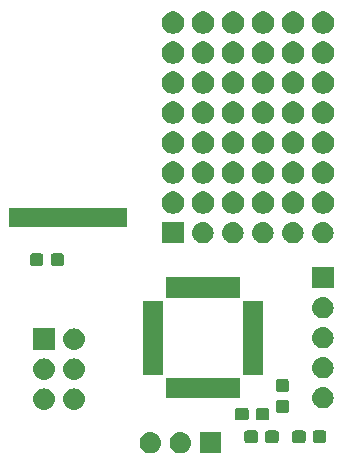
<source format=gbr>
G04 #@! TF.GenerationSoftware,KiCad,Pcbnew,5.1.2*
G04 #@! TF.CreationDate,2019-05-25T23:05:01-04:00*
G04 #@! TF.ProjectId,skateboardController,736b6174-6562-46f6-9172-64436f6e7472,rev?*
G04 #@! TF.SameCoordinates,Original*
G04 #@! TF.FileFunction,Soldermask,Top*
G04 #@! TF.FilePolarity,Negative*
%FSLAX46Y46*%
G04 Gerber Fmt 4.6, Leading zero omitted, Abs format (unit mm)*
G04 Created by KiCad (PCBNEW 5.1.2) date 2019-05-25 23:05:01*
%MOMM*%
%LPD*%
G04 APERTURE LIST*
%ADD10C,0.100000*%
G04 APERTURE END LIST*
D10*
G36*
X84565442Y-115945518D02*
G01*
X84631627Y-115952037D01*
X84801466Y-116003557D01*
X84957991Y-116087222D01*
X84993729Y-116116552D01*
X85095186Y-116199814D01*
X85178448Y-116301271D01*
X85207778Y-116337009D01*
X85291443Y-116493534D01*
X85342963Y-116663373D01*
X85360359Y-116840000D01*
X85342963Y-117016627D01*
X85291443Y-117186466D01*
X85207778Y-117342991D01*
X85178448Y-117378729D01*
X85095186Y-117480186D01*
X84993729Y-117563448D01*
X84957991Y-117592778D01*
X84801466Y-117676443D01*
X84631627Y-117727963D01*
X84565442Y-117734482D01*
X84499260Y-117741000D01*
X84410740Y-117741000D01*
X84344558Y-117734482D01*
X84278373Y-117727963D01*
X84108534Y-117676443D01*
X83952009Y-117592778D01*
X83916271Y-117563448D01*
X83814814Y-117480186D01*
X83731552Y-117378729D01*
X83702222Y-117342991D01*
X83618557Y-117186466D01*
X83567037Y-117016627D01*
X83549641Y-116840000D01*
X83567037Y-116663373D01*
X83618557Y-116493534D01*
X83702222Y-116337009D01*
X83731552Y-116301271D01*
X83814814Y-116199814D01*
X83916271Y-116116552D01*
X83952009Y-116087222D01*
X84108534Y-116003557D01*
X84278373Y-115952037D01*
X84344558Y-115945518D01*
X84410740Y-115939000D01*
X84499260Y-115939000D01*
X84565442Y-115945518D01*
X84565442Y-115945518D01*
G37*
G36*
X87105442Y-115945518D02*
G01*
X87171627Y-115952037D01*
X87341466Y-116003557D01*
X87497991Y-116087222D01*
X87533729Y-116116552D01*
X87635186Y-116199814D01*
X87718448Y-116301271D01*
X87747778Y-116337009D01*
X87831443Y-116493534D01*
X87882963Y-116663373D01*
X87900359Y-116840000D01*
X87882963Y-117016627D01*
X87831443Y-117186466D01*
X87747778Y-117342991D01*
X87718448Y-117378729D01*
X87635186Y-117480186D01*
X87533729Y-117563448D01*
X87497991Y-117592778D01*
X87341466Y-117676443D01*
X87171627Y-117727963D01*
X87105442Y-117734482D01*
X87039260Y-117741000D01*
X86950740Y-117741000D01*
X86884558Y-117734482D01*
X86818373Y-117727963D01*
X86648534Y-117676443D01*
X86492009Y-117592778D01*
X86456271Y-117563448D01*
X86354814Y-117480186D01*
X86271552Y-117378729D01*
X86242222Y-117342991D01*
X86158557Y-117186466D01*
X86107037Y-117016627D01*
X86089641Y-116840000D01*
X86107037Y-116663373D01*
X86158557Y-116493534D01*
X86242222Y-116337009D01*
X86271552Y-116301271D01*
X86354814Y-116199814D01*
X86456271Y-116116552D01*
X86492009Y-116087222D01*
X86648534Y-116003557D01*
X86818373Y-115952037D01*
X86884558Y-115945518D01*
X86950740Y-115939000D01*
X87039260Y-115939000D01*
X87105442Y-115945518D01*
X87105442Y-115945518D01*
G37*
G36*
X90436000Y-117741000D02*
G01*
X88634000Y-117741000D01*
X88634000Y-115939000D01*
X90436000Y-115939000D01*
X90436000Y-117741000D01*
X90436000Y-117741000D01*
G37*
G36*
X99192499Y-115810445D02*
G01*
X99229995Y-115821820D01*
X99264554Y-115840292D01*
X99294847Y-115865153D01*
X99319708Y-115895446D01*
X99338180Y-115930005D01*
X99349555Y-115967501D01*
X99354000Y-116012638D01*
X99354000Y-116651362D01*
X99349555Y-116696499D01*
X99338180Y-116733995D01*
X99319708Y-116768554D01*
X99294847Y-116798847D01*
X99264554Y-116823708D01*
X99229995Y-116842180D01*
X99192499Y-116853555D01*
X99147362Y-116858000D01*
X98408638Y-116858000D01*
X98363501Y-116853555D01*
X98326005Y-116842180D01*
X98291446Y-116823708D01*
X98261153Y-116798847D01*
X98236292Y-116768554D01*
X98217820Y-116733995D01*
X98206445Y-116696499D01*
X98202000Y-116651362D01*
X98202000Y-116012638D01*
X98206445Y-115967501D01*
X98217820Y-115930005D01*
X98236292Y-115895446D01*
X98261153Y-115865153D01*
X98291446Y-115840292D01*
X98326005Y-115821820D01*
X98363501Y-115810445D01*
X98408638Y-115806000D01*
X99147362Y-115806000D01*
X99192499Y-115810445D01*
X99192499Y-115810445D01*
G37*
G36*
X93406499Y-115810445D02*
G01*
X93443995Y-115821820D01*
X93478554Y-115840292D01*
X93508847Y-115865153D01*
X93533708Y-115895446D01*
X93552180Y-115930005D01*
X93563555Y-115967501D01*
X93568000Y-116012638D01*
X93568000Y-116651362D01*
X93563555Y-116696499D01*
X93552180Y-116733995D01*
X93533708Y-116768554D01*
X93508847Y-116798847D01*
X93478554Y-116823708D01*
X93443995Y-116842180D01*
X93406499Y-116853555D01*
X93361362Y-116858000D01*
X92622638Y-116858000D01*
X92577501Y-116853555D01*
X92540005Y-116842180D01*
X92505446Y-116823708D01*
X92475153Y-116798847D01*
X92450292Y-116768554D01*
X92431820Y-116733995D01*
X92420445Y-116696499D01*
X92416000Y-116651362D01*
X92416000Y-116012638D01*
X92420445Y-115967501D01*
X92431820Y-115930005D01*
X92450292Y-115895446D01*
X92475153Y-115865153D01*
X92505446Y-115840292D01*
X92540005Y-115821820D01*
X92577501Y-115810445D01*
X92622638Y-115806000D01*
X93361362Y-115806000D01*
X93406499Y-115810445D01*
X93406499Y-115810445D01*
G37*
G36*
X95156499Y-115810445D02*
G01*
X95193995Y-115821820D01*
X95228554Y-115840292D01*
X95258847Y-115865153D01*
X95283708Y-115895446D01*
X95302180Y-115930005D01*
X95313555Y-115967501D01*
X95318000Y-116012638D01*
X95318000Y-116651362D01*
X95313555Y-116696499D01*
X95302180Y-116733995D01*
X95283708Y-116768554D01*
X95258847Y-116798847D01*
X95228554Y-116823708D01*
X95193995Y-116842180D01*
X95156499Y-116853555D01*
X95111362Y-116858000D01*
X94372638Y-116858000D01*
X94327501Y-116853555D01*
X94290005Y-116842180D01*
X94255446Y-116823708D01*
X94225153Y-116798847D01*
X94200292Y-116768554D01*
X94181820Y-116733995D01*
X94170445Y-116696499D01*
X94166000Y-116651362D01*
X94166000Y-116012638D01*
X94170445Y-115967501D01*
X94181820Y-115930005D01*
X94200292Y-115895446D01*
X94225153Y-115865153D01*
X94255446Y-115840292D01*
X94290005Y-115821820D01*
X94327501Y-115810445D01*
X94372638Y-115806000D01*
X95111362Y-115806000D01*
X95156499Y-115810445D01*
X95156499Y-115810445D01*
G37*
G36*
X97442499Y-115810445D02*
G01*
X97479995Y-115821820D01*
X97514554Y-115840292D01*
X97544847Y-115865153D01*
X97569708Y-115895446D01*
X97588180Y-115930005D01*
X97599555Y-115967501D01*
X97604000Y-116012638D01*
X97604000Y-116651362D01*
X97599555Y-116696499D01*
X97588180Y-116733995D01*
X97569708Y-116768554D01*
X97544847Y-116798847D01*
X97514554Y-116823708D01*
X97479995Y-116842180D01*
X97442499Y-116853555D01*
X97397362Y-116858000D01*
X96658638Y-116858000D01*
X96613501Y-116853555D01*
X96576005Y-116842180D01*
X96541446Y-116823708D01*
X96511153Y-116798847D01*
X96486292Y-116768554D01*
X96467820Y-116733995D01*
X96456445Y-116696499D01*
X96452000Y-116651362D01*
X96452000Y-116012638D01*
X96456445Y-115967501D01*
X96467820Y-115930005D01*
X96486292Y-115895446D01*
X96511153Y-115865153D01*
X96541446Y-115840292D01*
X96576005Y-115821820D01*
X96613501Y-115810445D01*
X96658638Y-115806000D01*
X97397362Y-115806000D01*
X97442499Y-115810445D01*
X97442499Y-115810445D01*
G37*
G36*
X94366499Y-113905445D02*
G01*
X94403995Y-113916820D01*
X94438554Y-113935292D01*
X94468847Y-113960153D01*
X94493708Y-113990446D01*
X94512180Y-114025005D01*
X94523555Y-114062501D01*
X94528000Y-114107638D01*
X94528000Y-114746362D01*
X94523555Y-114791499D01*
X94512180Y-114828995D01*
X94493708Y-114863554D01*
X94468847Y-114893847D01*
X94438554Y-114918708D01*
X94403995Y-114937180D01*
X94366499Y-114948555D01*
X94321362Y-114953000D01*
X93582638Y-114953000D01*
X93537501Y-114948555D01*
X93500005Y-114937180D01*
X93465446Y-114918708D01*
X93435153Y-114893847D01*
X93410292Y-114863554D01*
X93391820Y-114828995D01*
X93380445Y-114791499D01*
X93376000Y-114746362D01*
X93376000Y-114107638D01*
X93380445Y-114062501D01*
X93391820Y-114025005D01*
X93410292Y-113990446D01*
X93435153Y-113960153D01*
X93465446Y-113935292D01*
X93500005Y-113916820D01*
X93537501Y-113905445D01*
X93582638Y-113901000D01*
X94321362Y-113901000D01*
X94366499Y-113905445D01*
X94366499Y-113905445D01*
G37*
G36*
X92616499Y-113905445D02*
G01*
X92653995Y-113916820D01*
X92688554Y-113935292D01*
X92718847Y-113960153D01*
X92743708Y-113990446D01*
X92762180Y-114025005D01*
X92773555Y-114062501D01*
X92778000Y-114107638D01*
X92778000Y-114746362D01*
X92773555Y-114791499D01*
X92762180Y-114828995D01*
X92743708Y-114863554D01*
X92718847Y-114893847D01*
X92688554Y-114918708D01*
X92653995Y-114937180D01*
X92616499Y-114948555D01*
X92571362Y-114953000D01*
X91832638Y-114953000D01*
X91787501Y-114948555D01*
X91750005Y-114937180D01*
X91715446Y-114918708D01*
X91685153Y-114893847D01*
X91660292Y-114863554D01*
X91641820Y-114828995D01*
X91630445Y-114791499D01*
X91626000Y-114746362D01*
X91626000Y-114107638D01*
X91630445Y-114062501D01*
X91641820Y-114025005D01*
X91660292Y-113990446D01*
X91685153Y-113960153D01*
X91715446Y-113935292D01*
X91750005Y-113916820D01*
X91787501Y-113905445D01*
X91832638Y-113901000D01*
X92571362Y-113901000D01*
X92616499Y-113905445D01*
X92616499Y-113905445D01*
G37*
G36*
X95995499Y-113192445D02*
G01*
X96032995Y-113203820D01*
X96067554Y-113222292D01*
X96097847Y-113247153D01*
X96122708Y-113277446D01*
X96141180Y-113312005D01*
X96152555Y-113349501D01*
X96157000Y-113394638D01*
X96157000Y-114133362D01*
X96152555Y-114178499D01*
X96141180Y-114215995D01*
X96122708Y-114250554D01*
X96097847Y-114280847D01*
X96067554Y-114305708D01*
X96032995Y-114324180D01*
X95995499Y-114335555D01*
X95950362Y-114340000D01*
X95311638Y-114340000D01*
X95266501Y-114335555D01*
X95229005Y-114324180D01*
X95194446Y-114305708D01*
X95164153Y-114280847D01*
X95139292Y-114250554D01*
X95120820Y-114215995D01*
X95109445Y-114178499D01*
X95105000Y-114133362D01*
X95105000Y-113394638D01*
X95109445Y-113349501D01*
X95120820Y-113312005D01*
X95139292Y-113277446D01*
X95164153Y-113247153D01*
X95194446Y-113222292D01*
X95229005Y-113203820D01*
X95266501Y-113192445D01*
X95311638Y-113188000D01*
X95950362Y-113188000D01*
X95995499Y-113192445D01*
X95995499Y-113192445D01*
G37*
G36*
X78157294Y-112255633D02*
G01*
X78329695Y-112307931D01*
X78488583Y-112392858D01*
X78627849Y-112507151D01*
X78742142Y-112646417D01*
X78827069Y-112805305D01*
X78879367Y-112977706D01*
X78897025Y-113157000D01*
X78879367Y-113336294D01*
X78827069Y-113508695D01*
X78742142Y-113667583D01*
X78627849Y-113806849D01*
X78488583Y-113921142D01*
X78329695Y-114006069D01*
X78157294Y-114058367D01*
X78022931Y-114071600D01*
X77933069Y-114071600D01*
X77798706Y-114058367D01*
X77626305Y-114006069D01*
X77467417Y-113921142D01*
X77328151Y-113806849D01*
X77213858Y-113667583D01*
X77128931Y-113508695D01*
X77076633Y-113336294D01*
X77058975Y-113157000D01*
X77076633Y-112977706D01*
X77128931Y-112805305D01*
X77213858Y-112646417D01*
X77328151Y-112507151D01*
X77467417Y-112392858D01*
X77626305Y-112307931D01*
X77798706Y-112255633D01*
X77933069Y-112242400D01*
X78022931Y-112242400D01*
X78157294Y-112255633D01*
X78157294Y-112255633D01*
G37*
G36*
X75617294Y-112255633D02*
G01*
X75789695Y-112307931D01*
X75948583Y-112392858D01*
X76087849Y-112507151D01*
X76202142Y-112646417D01*
X76287069Y-112805305D01*
X76339367Y-112977706D01*
X76357025Y-113157000D01*
X76339367Y-113336294D01*
X76287069Y-113508695D01*
X76202142Y-113667583D01*
X76087849Y-113806849D01*
X75948583Y-113921142D01*
X75789695Y-114006069D01*
X75617294Y-114058367D01*
X75482931Y-114071600D01*
X75393069Y-114071600D01*
X75258706Y-114058367D01*
X75086305Y-114006069D01*
X74927417Y-113921142D01*
X74788151Y-113806849D01*
X74673858Y-113667583D01*
X74588931Y-113508695D01*
X74536633Y-113336294D01*
X74518975Y-113157000D01*
X74536633Y-112977706D01*
X74588931Y-112805305D01*
X74673858Y-112646417D01*
X74788151Y-112507151D01*
X74927417Y-112392858D01*
X75086305Y-112307931D01*
X75258706Y-112255633D01*
X75393069Y-112242400D01*
X75482931Y-112242400D01*
X75617294Y-112255633D01*
X75617294Y-112255633D01*
G37*
G36*
X99170443Y-112135519D02*
G01*
X99236627Y-112142037D01*
X99406466Y-112193557D01*
X99562991Y-112277222D01*
X99598729Y-112306552D01*
X99700186Y-112389814D01*
X99762705Y-112465995D01*
X99812778Y-112527009D01*
X99896443Y-112683534D01*
X99947963Y-112853373D01*
X99965359Y-113030000D01*
X99947963Y-113206627D01*
X99896443Y-113376466D01*
X99812778Y-113532991D01*
X99783448Y-113568729D01*
X99700186Y-113670186D01*
X99598729Y-113753448D01*
X99562991Y-113782778D01*
X99406466Y-113866443D01*
X99236627Y-113917963D01*
X99170443Y-113924481D01*
X99104260Y-113931000D01*
X99015740Y-113931000D01*
X98949557Y-113924481D01*
X98883373Y-113917963D01*
X98713534Y-113866443D01*
X98557009Y-113782778D01*
X98521271Y-113753448D01*
X98419814Y-113670186D01*
X98336552Y-113568729D01*
X98307222Y-113532991D01*
X98223557Y-113376466D01*
X98172037Y-113206627D01*
X98154641Y-113030000D01*
X98172037Y-112853373D01*
X98223557Y-112683534D01*
X98307222Y-112527009D01*
X98357295Y-112465995D01*
X98419814Y-112389814D01*
X98521271Y-112306552D01*
X98557009Y-112277222D01*
X98713534Y-112193557D01*
X98883373Y-112142037D01*
X98949557Y-112135519D01*
X99015740Y-112129000D01*
X99104260Y-112129000D01*
X99170443Y-112135519D01*
X99170443Y-112135519D01*
G37*
G36*
X92026000Y-113051000D02*
G01*
X85774000Y-113051000D01*
X85774000Y-111349000D01*
X92026000Y-111349000D01*
X92026000Y-113051000D01*
X92026000Y-113051000D01*
G37*
G36*
X95995499Y-111442445D02*
G01*
X96032995Y-111453820D01*
X96067554Y-111472292D01*
X96097847Y-111497153D01*
X96122708Y-111527446D01*
X96141180Y-111562005D01*
X96152555Y-111599501D01*
X96157000Y-111644638D01*
X96157000Y-112383362D01*
X96152555Y-112428499D01*
X96141180Y-112465995D01*
X96122708Y-112500554D01*
X96097847Y-112530847D01*
X96067554Y-112555708D01*
X96032995Y-112574180D01*
X95995499Y-112585555D01*
X95950362Y-112590000D01*
X95311638Y-112590000D01*
X95266501Y-112585555D01*
X95229005Y-112574180D01*
X95194446Y-112555708D01*
X95164153Y-112530847D01*
X95139292Y-112500554D01*
X95120820Y-112465995D01*
X95109445Y-112428499D01*
X95105000Y-112383362D01*
X95105000Y-111644638D01*
X95109445Y-111599501D01*
X95120820Y-111562005D01*
X95139292Y-111527446D01*
X95164153Y-111497153D01*
X95194446Y-111472292D01*
X95229005Y-111453820D01*
X95266501Y-111442445D01*
X95311638Y-111438000D01*
X95950362Y-111438000D01*
X95995499Y-111442445D01*
X95995499Y-111442445D01*
G37*
G36*
X75617294Y-109715633D02*
G01*
X75789695Y-109767931D01*
X75948583Y-109852858D01*
X76087849Y-109967151D01*
X76202142Y-110106417D01*
X76287069Y-110265305D01*
X76339367Y-110437706D01*
X76357025Y-110617000D01*
X76339367Y-110796294D01*
X76287069Y-110968695D01*
X76202142Y-111127583D01*
X76087849Y-111266849D01*
X75948583Y-111381142D01*
X75789695Y-111466069D01*
X75617294Y-111518367D01*
X75482931Y-111531600D01*
X75393069Y-111531600D01*
X75258706Y-111518367D01*
X75086305Y-111466069D01*
X74927417Y-111381142D01*
X74788151Y-111266849D01*
X74673858Y-111127583D01*
X74588931Y-110968695D01*
X74536633Y-110796294D01*
X74518975Y-110617000D01*
X74536633Y-110437706D01*
X74588931Y-110265305D01*
X74673858Y-110106417D01*
X74788151Y-109967151D01*
X74927417Y-109852858D01*
X75086305Y-109767931D01*
X75258706Y-109715633D01*
X75393069Y-109702400D01*
X75482931Y-109702400D01*
X75617294Y-109715633D01*
X75617294Y-109715633D01*
G37*
G36*
X78157294Y-109715633D02*
G01*
X78329695Y-109767931D01*
X78488583Y-109852858D01*
X78627849Y-109967151D01*
X78742142Y-110106417D01*
X78827069Y-110265305D01*
X78879367Y-110437706D01*
X78897025Y-110617000D01*
X78879367Y-110796294D01*
X78827069Y-110968695D01*
X78742142Y-111127583D01*
X78627849Y-111266849D01*
X78488583Y-111381142D01*
X78329695Y-111466069D01*
X78157294Y-111518367D01*
X78022931Y-111531600D01*
X77933069Y-111531600D01*
X77798706Y-111518367D01*
X77626305Y-111466069D01*
X77467417Y-111381142D01*
X77328151Y-111266849D01*
X77213858Y-111127583D01*
X77128931Y-110968695D01*
X77076633Y-110796294D01*
X77058975Y-110617000D01*
X77076633Y-110437706D01*
X77128931Y-110265305D01*
X77213858Y-110106417D01*
X77328151Y-109967151D01*
X77467417Y-109852858D01*
X77626305Y-109767931D01*
X77798706Y-109715633D01*
X77933069Y-109702400D01*
X78022931Y-109702400D01*
X78157294Y-109715633D01*
X78157294Y-109715633D01*
G37*
G36*
X99170442Y-109595518D02*
G01*
X99236627Y-109602037D01*
X99406466Y-109653557D01*
X99562991Y-109737222D01*
X99598729Y-109766552D01*
X99700186Y-109849814D01*
X99783448Y-109951271D01*
X99812778Y-109987009D01*
X99896443Y-110143534D01*
X99947963Y-110313373D01*
X99965359Y-110490000D01*
X99947963Y-110666627D01*
X99896443Y-110836466D01*
X99812778Y-110992991D01*
X99783448Y-111028729D01*
X99700186Y-111130186D01*
X99598729Y-111213448D01*
X99562991Y-111242778D01*
X99406466Y-111326443D01*
X99236627Y-111377963D01*
X99170443Y-111384481D01*
X99104260Y-111391000D01*
X99015740Y-111391000D01*
X98949557Y-111384481D01*
X98883373Y-111377963D01*
X98713534Y-111326443D01*
X98557009Y-111242778D01*
X98521271Y-111213448D01*
X98419814Y-111130186D01*
X98336552Y-111028729D01*
X98307222Y-110992991D01*
X98223557Y-110836466D01*
X98172037Y-110666627D01*
X98154641Y-110490000D01*
X98172037Y-110313373D01*
X98223557Y-110143534D01*
X98307222Y-109987009D01*
X98336552Y-109951271D01*
X98419814Y-109849814D01*
X98521271Y-109766552D01*
X98557009Y-109737222D01*
X98713534Y-109653557D01*
X98883373Y-109602037D01*
X98949558Y-109595518D01*
X99015740Y-109589000D01*
X99104260Y-109589000D01*
X99170442Y-109595518D01*
X99170442Y-109595518D01*
G37*
G36*
X94001000Y-111076000D02*
G01*
X92299000Y-111076000D01*
X92299000Y-104824000D01*
X94001000Y-104824000D01*
X94001000Y-111076000D01*
X94001000Y-111076000D01*
G37*
G36*
X85501000Y-111076000D02*
G01*
X83799000Y-111076000D01*
X83799000Y-104824000D01*
X85501000Y-104824000D01*
X85501000Y-111076000D01*
X85501000Y-111076000D01*
G37*
G36*
X76352600Y-108991600D02*
G01*
X74523400Y-108991600D01*
X74523400Y-107162400D01*
X76352600Y-107162400D01*
X76352600Y-108991600D01*
X76352600Y-108991600D01*
G37*
G36*
X78157294Y-107175633D02*
G01*
X78329695Y-107227931D01*
X78488583Y-107312858D01*
X78627849Y-107427151D01*
X78742142Y-107566417D01*
X78827069Y-107725305D01*
X78879367Y-107897706D01*
X78897025Y-108077000D01*
X78879367Y-108256294D01*
X78827069Y-108428695D01*
X78742142Y-108587583D01*
X78627849Y-108726849D01*
X78488583Y-108841142D01*
X78329695Y-108926069D01*
X78157294Y-108978367D01*
X78022931Y-108991600D01*
X77933069Y-108991600D01*
X77798706Y-108978367D01*
X77626305Y-108926069D01*
X77467417Y-108841142D01*
X77328151Y-108726849D01*
X77213858Y-108587583D01*
X77128931Y-108428695D01*
X77076633Y-108256294D01*
X77058975Y-108077000D01*
X77076633Y-107897706D01*
X77128931Y-107725305D01*
X77213858Y-107566417D01*
X77328151Y-107427151D01*
X77467417Y-107312858D01*
X77626305Y-107227931D01*
X77798706Y-107175633D01*
X77933069Y-107162400D01*
X78022931Y-107162400D01*
X78157294Y-107175633D01*
X78157294Y-107175633D01*
G37*
G36*
X99170442Y-107055518D02*
G01*
X99236627Y-107062037D01*
X99406466Y-107113557D01*
X99562991Y-107197222D01*
X99595620Y-107224000D01*
X99700186Y-107309814D01*
X99783448Y-107411271D01*
X99812778Y-107447009D01*
X99896443Y-107603534D01*
X99947963Y-107773373D01*
X99965359Y-107950000D01*
X99947963Y-108126627D01*
X99896443Y-108296466D01*
X99812778Y-108452991D01*
X99783448Y-108488729D01*
X99700186Y-108590186D01*
X99598729Y-108673448D01*
X99562991Y-108702778D01*
X99406466Y-108786443D01*
X99236627Y-108837963D01*
X99170442Y-108844482D01*
X99104260Y-108851000D01*
X99015740Y-108851000D01*
X98949558Y-108844482D01*
X98883373Y-108837963D01*
X98713534Y-108786443D01*
X98557009Y-108702778D01*
X98521271Y-108673448D01*
X98419814Y-108590186D01*
X98336552Y-108488729D01*
X98307222Y-108452991D01*
X98223557Y-108296466D01*
X98172037Y-108126627D01*
X98154641Y-107950000D01*
X98172037Y-107773373D01*
X98223557Y-107603534D01*
X98307222Y-107447009D01*
X98336552Y-107411271D01*
X98419814Y-107309814D01*
X98524380Y-107224000D01*
X98557009Y-107197222D01*
X98713534Y-107113557D01*
X98883373Y-107062037D01*
X98949558Y-107055518D01*
X99015740Y-107049000D01*
X99104260Y-107049000D01*
X99170442Y-107055518D01*
X99170442Y-107055518D01*
G37*
G36*
X99170443Y-104515519D02*
G01*
X99236627Y-104522037D01*
X99406466Y-104573557D01*
X99562991Y-104657222D01*
X99598729Y-104686552D01*
X99700186Y-104769814D01*
X99783448Y-104871271D01*
X99812778Y-104907009D01*
X99896443Y-105063534D01*
X99947963Y-105233373D01*
X99965359Y-105410000D01*
X99947963Y-105586627D01*
X99896443Y-105756466D01*
X99812778Y-105912991D01*
X99783448Y-105948729D01*
X99700186Y-106050186D01*
X99598729Y-106133448D01*
X99562991Y-106162778D01*
X99406466Y-106246443D01*
X99236627Y-106297963D01*
X99170442Y-106304482D01*
X99104260Y-106311000D01*
X99015740Y-106311000D01*
X98949558Y-106304482D01*
X98883373Y-106297963D01*
X98713534Y-106246443D01*
X98557009Y-106162778D01*
X98521271Y-106133448D01*
X98419814Y-106050186D01*
X98336552Y-105948729D01*
X98307222Y-105912991D01*
X98223557Y-105756466D01*
X98172037Y-105586627D01*
X98154641Y-105410000D01*
X98172037Y-105233373D01*
X98223557Y-105063534D01*
X98307222Y-104907009D01*
X98336552Y-104871271D01*
X98419814Y-104769814D01*
X98521271Y-104686552D01*
X98557009Y-104657222D01*
X98713534Y-104573557D01*
X98883373Y-104522037D01*
X98949557Y-104515519D01*
X99015740Y-104509000D01*
X99104260Y-104509000D01*
X99170443Y-104515519D01*
X99170443Y-104515519D01*
G37*
G36*
X92026000Y-104551000D02*
G01*
X85774000Y-104551000D01*
X85774000Y-102849000D01*
X92026000Y-102849000D01*
X92026000Y-104551000D01*
X92026000Y-104551000D01*
G37*
G36*
X99961000Y-103771000D02*
G01*
X98159000Y-103771000D01*
X98159000Y-101969000D01*
X99961000Y-101969000D01*
X99961000Y-103771000D01*
X99961000Y-103771000D01*
G37*
G36*
X76995499Y-100824445D02*
G01*
X77032995Y-100835820D01*
X77067554Y-100854292D01*
X77097847Y-100879153D01*
X77122708Y-100909446D01*
X77141180Y-100944005D01*
X77152555Y-100981501D01*
X77157000Y-101026638D01*
X77157000Y-101665362D01*
X77152555Y-101710499D01*
X77141180Y-101747995D01*
X77122708Y-101782554D01*
X77097847Y-101812847D01*
X77067554Y-101837708D01*
X77032995Y-101856180D01*
X76995499Y-101867555D01*
X76950362Y-101872000D01*
X76211638Y-101872000D01*
X76166501Y-101867555D01*
X76129005Y-101856180D01*
X76094446Y-101837708D01*
X76064153Y-101812847D01*
X76039292Y-101782554D01*
X76020820Y-101747995D01*
X76009445Y-101710499D01*
X76005000Y-101665362D01*
X76005000Y-101026638D01*
X76009445Y-100981501D01*
X76020820Y-100944005D01*
X76039292Y-100909446D01*
X76064153Y-100879153D01*
X76094446Y-100854292D01*
X76129005Y-100835820D01*
X76166501Y-100824445D01*
X76211638Y-100820000D01*
X76950362Y-100820000D01*
X76995499Y-100824445D01*
X76995499Y-100824445D01*
G37*
G36*
X75245499Y-100824445D02*
G01*
X75282995Y-100835820D01*
X75317554Y-100854292D01*
X75347847Y-100879153D01*
X75372708Y-100909446D01*
X75391180Y-100944005D01*
X75402555Y-100981501D01*
X75407000Y-101026638D01*
X75407000Y-101665362D01*
X75402555Y-101710499D01*
X75391180Y-101747995D01*
X75372708Y-101782554D01*
X75347847Y-101812847D01*
X75317554Y-101837708D01*
X75282995Y-101856180D01*
X75245499Y-101867555D01*
X75200362Y-101872000D01*
X74461638Y-101872000D01*
X74416501Y-101867555D01*
X74379005Y-101856180D01*
X74344446Y-101837708D01*
X74314153Y-101812847D01*
X74289292Y-101782554D01*
X74270820Y-101747995D01*
X74259445Y-101710499D01*
X74255000Y-101665362D01*
X74255000Y-101026638D01*
X74259445Y-100981501D01*
X74270820Y-100944005D01*
X74289292Y-100909446D01*
X74314153Y-100879153D01*
X74344446Y-100854292D01*
X74379005Y-100835820D01*
X74416501Y-100824445D01*
X74461638Y-100820000D01*
X75200362Y-100820000D01*
X75245499Y-100824445D01*
X75245499Y-100824445D01*
G37*
G36*
X89010443Y-98165519D02*
G01*
X89076627Y-98172037D01*
X89246466Y-98223557D01*
X89402991Y-98307222D01*
X89438729Y-98336552D01*
X89540186Y-98419814D01*
X89623448Y-98521271D01*
X89652778Y-98557009D01*
X89736443Y-98713534D01*
X89787963Y-98883373D01*
X89805359Y-99060000D01*
X89787963Y-99236627D01*
X89736443Y-99406466D01*
X89652778Y-99562991D01*
X89623448Y-99598729D01*
X89540186Y-99700186D01*
X89438729Y-99783448D01*
X89402991Y-99812778D01*
X89246466Y-99896443D01*
X89076627Y-99947963D01*
X89010443Y-99954481D01*
X88944260Y-99961000D01*
X88855740Y-99961000D01*
X88789557Y-99954481D01*
X88723373Y-99947963D01*
X88553534Y-99896443D01*
X88397009Y-99812778D01*
X88361271Y-99783448D01*
X88259814Y-99700186D01*
X88176552Y-99598729D01*
X88147222Y-99562991D01*
X88063557Y-99406466D01*
X88012037Y-99236627D01*
X87994641Y-99060000D01*
X88012037Y-98883373D01*
X88063557Y-98713534D01*
X88147222Y-98557009D01*
X88176552Y-98521271D01*
X88259814Y-98419814D01*
X88361271Y-98336552D01*
X88397009Y-98307222D01*
X88553534Y-98223557D01*
X88723373Y-98172037D01*
X88789557Y-98165519D01*
X88855740Y-98159000D01*
X88944260Y-98159000D01*
X89010443Y-98165519D01*
X89010443Y-98165519D01*
G37*
G36*
X99170443Y-98165519D02*
G01*
X99236627Y-98172037D01*
X99406466Y-98223557D01*
X99562991Y-98307222D01*
X99598729Y-98336552D01*
X99700186Y-98419814D01*
X99783448Y-98521271D01*
X99812778Y-98557009D01*
X99896443Y-98713534D01*
X99947963Y-98883373D01*
X99965359Y-99060000D01*
X99947963Y-99236627D01*
X99896443Y-99406466D01*
X99812778Y-99562991D01*
X99783448Y-99598729D01*
X99700186Y-99700186D01*
X99598729Y-99783448D01*
X99562991Y-99812778D01*
X99406466Y-99896443D01*
X99236627Y-99947963D01*
X99170443Y-99954481D01*
X99104260Y-99961000D01*
X99015740Y-99961000D01*
X98949557Y-99954481D01*
X98883373Y-99947963D01*
X98713534Y-99896443D01*
X98557009Y-99812778D01*
X98521271Y-99783448D01*
X98419814Y-99700186D01*
X98336552Y-99598729D01*
X98307222Y-99562991D01*
X98223557Y-99406466D01*
X98172037Y-99236627D01*
X98154641Y-99060000D01*
X98172037Y-98883373D01*
X98223557Y-98713534D01*
X98307222Y-98557009D01*
X98336552Y-98521271D01*
X98419814Y-98419814D01*
X98521271Y-98336552D01*
X98557009Y-98307222D01*
X98713534Y-98223557D01*
X98883373Y-98172037D01*
X98949557Y-98165519D01*
X99015740Y-98159000D01*
X99104260Y-98159000D01*
X99170443Y-98165519D01*
X99170443Y-98165519D01*
G37*
G36*
X96630443Y-98165519D02*
G01*
X96696627Y-98172037D01*
X96866466Y-98223557D01*
X97022991Y-98307222D01*
X97058729Y-98336552D01*
X97160186Y-98419814D01*
X97243448Y-98521271D01*
X97272778Y-98557009D01*
X97356443Y-98713534D01*
X97407963Y-98883373D01*
X97425359Y-99060000D01*
X97407963Y-99236627D01*
X97356443Y-99406466D01*
X97272778Y-99562991D01*
X97243448Y-99598729D01*
X97160186Y-99700186D01*
X97058729Y-99783448D01*
X97022991Y-99812778D01*
X96866466Y-99896443D01*
X96696627Y-99947963D01*
X96630443Y-99954481D01*
X96564260Y-99961000D01*
X96475740Y-99961000D01*
X96409557Y-99954481D01*
X96343373Y-99947963D01*
X96173534Y-99896443D01*
X96017009Y-99812778D01*
X95981271Y-99783448D01*
X95879814Y-99700186D01*
X95796552Y-99598729D01*
X95767222Y-99562991D01*
X95683557Y-99406466D01*
X95632037Y-99236627D01*
X95614641Y-99060000D01*
X95632037Y-98883373D01*
X95683557Y-98713534D01*
X95767222Y-98557009D01*
X95796552Y-98521271D01*
X95879814Y-98419814D01*
X95981271Y-98336552D01*
X96017009Y-98307222D01*
X96173534Y-98223557D01*
X96343373Y-98172037D01*
X96409557Y-98165519D01*
X96475740Y-98159000D01*
X96564260Y-98159000D01*
X96630443Y-98165519D01*
X96630443Y-98165519D01*
G37*
G36*
X94090443Y-98165519D02*
G01*
X94156627Y-98172037D01*
X94326466Y-98223557D01*
X94482991Y-98307222D01*
X94518729Y-98336552D01*
X94620186Y-98419814D01*
X94703448Y-98521271D01*
X94732778Y-98557009D01*
X94816443Y-98713534D01*
X94867963Y-98883373D01*
X94885359Y-99060000D01*
X94867963Y-99236627D01*
X94816443Y-99406466D01*
X94732778Y-99562991D01*
X94703448Y-99598729D01*
X94620186Y-99700186D01*
X94518729Y-99783448D01*
X94482991Y-99812778D01*
X94326466Y-99896443D01*
X94156627Y-99947963D01*
X94090443Y-99954481D01*
X94024260Y-99961000D01*
X93935740Y-99961000D01*
X93869557Y-99954481D01*
X93803373Y-99947963D01*
X93633534Y-99896443D01*
X93477009Y-99812778D01*
X93441271Y-99783448D01*
X93339814Y-99700186D01*
X93256552Y-99598729D01*
X93227222Y-99562991D01*
X93143557Y-99406466D01*
X93092037Y-99236627D01*
X93074641Y-99060000D01*
X93092037Y-98883373D01*
X93143557Y-98713534D01*
X93227222Y-98557009D01*
X93256552Y-98521271D01*
X93339814Y-98419814D01*
X93441271Y-98336552D01*
X93477009Y-98307222D01*
X93633534Y-98223557D01*
X93803373Y-98172037D01*
X93869557Y-98165519D01*
X93935740Y-98159000D01*
X94024260Y-98159000D01*
X94090443Y-98165519D01*
X94090443Y-98165519D01*
G37*
G36*
X91550443Y-98165519D02*
G01*
X91616627Y-98172037D01*
X91786466Y-98223557D01*
X91942991Y-98307222D01*
X91978729Y-98336552D01*
X92080186Y-98419814D01*
X92163448Y-98521271D01*
X92192778Y-98557009D01*
X92276443Y-98713534D01*
X92327963Y-98883373D01*
X92345359Y-99060000D01*
X92327963Y-99236627D01*
X92276443Y-99406466D01*
X92192778Y-99562991D01*
X92163448Y-99598729D01*
X92080186Y-99700186D01*
X91978729Y-99783448D01*
X91942991Y-99812778D01*
X91786466Y-99896443D01*
X91616627Y-99947963D01*
X91550443Y-99954481D01*
X91484260Y-99961000D01*
X91395740Y-99961000D01*
X91329557Y-99954481D01*
X91263373Y-99947963D01*
X91093534Y-99896443D01*
X90937009Y-99812778D01*
X90901271Y-99783448D01*
X90799814Y-99700186D01*
X90716552Y-99598729D01*
X90687222Y-99562991D01*
X90603557Y-99406466D01*
X90552037Y-99236627D01*
X90534641Y-99060000D01*
X90552037Y-98883373D01*
X90603557Y-98713534D01*
X90687222Y-98557009D01*
X90716552Y-98521271D01*
X90799814Y-98419814D01*
X90901271Y-98336552D01*
X90937009Y-98307222D01*
X91093534Y-98223557D01*
X91263373Y-98172037D01*
X91329557Y-98165519D01*
X91395740Y-98159000D01*
X91484260Y-98159000D01*
X91550443Y-98165519D01*
X91550443Y-98165519D01*
G37*
G36*
X87261000Y-99961000D02*
G01*
X85459000Y-99961000D01*
X85459000Y-98159000D01*
X87261000Y-98159000D01*
X87261000Y-99961000D01*
X87261000Y-99961000D01*
G37*
G36*
X82474000Y-98603000D02*
G01*
X72466000Y-98603000D01*
X72466000Y-96977000D01*
X82474000Y-96977000D01*
X82474000Y-98603000D01*
X82474000Y-98603000D01*
G37*
G36*
X86637395Y-95605546D02*
G01*
X86810466Y-95677234D01*
X86810467Y-95677235D01*
X86966227Y-95781310D01*
X87098690Y-95913773D01*
X87098691Y-95913775D01*
X87202766Y-96069534D01*
X87274454Y-96242605D01*
X87311000Y-96426333D01*
X87311000Y-96613667D01*
X87274454Y-96797395D01*
X87202766Y-96970466D01*
X87202765Y-96970467D01*
X87098690Y-97126227D01*
X86966227Y-97258690D01*
X86887818Y-97311081D01*
X86810466Y-97362766D01*
X86637395Y-97434454D01*
X86453667Y-97471000D01*
X86266333Y-97471000D01*
X86082605Y-97434454D01*
X85909534Y-97362766D01*
X85832182Y-97311081D01*
X85753773Y-97258690D01*
X85621310Y-97126227D01*
X85517235Y-96970467D01*
X85517234Y-96970466D01*
X85445546Y-96797395D01*
X85409000Y-96613667D01*
X85409000Y-96426333D01*
X85445546Y-96242605D01*
X85517234Y-96069534D01*
X85621309Y-95913775D01*
X85621310Y-95913773D01*
X85753773Y-95781310D01*
X85909533Y-95677235D01*
X85909534Y-95677234D01*
X86082605Y-95605546D01*
X86266333Y-95569000D01*
X86453667Y-95569000D01*
X86637395Y-95605546D01*
X86637395Y-95605546D01*
G37*
G36*
X89177395Y-95605546D02*
G01*
X89350466Y-95677234D01*
X89350467Y-95677235D01*
X89506227Y-95781310D01*
X89638690Y-95913773D01*
X89638691Y-95913775D01*
X89742766Y-96069534D01*
X89814454Y-96242605D01*
X89851000Y-96426333D01*
X89851000Y-96613667D01*
X89814454Y-96797395D01*
X89742766Y-96970466D01*
X89742765Y-96970467D01*
X89638690Y-97126227D01*
X89506227Y-97258690D01*
X89427818Y-97311081D01*
X89350466Y-97362766D01*
X89177395Y-97434454D01*
X88993667Y-97471000D01*
X88806333Y-97471000D01*
X88622605Y-97434454D01*
X88449534Y-97362766D01*
X88372182Y-97311081D01*
X88293773Y-97258690D01*
X88161310Y-97126227D01*
X88057235Y-96970467D01*
X88057234Y-96970466D01*
X87985546Y-96797395D01*
X87949000Y-96613667D01*
X87949000Y-96426333D01*
X87985546Y-96242605D01*
X88057234Y-96069534D01*
X88161309Y-95913775D01*
X88161310Y-95913773D01*
X88293773Y-95781310D01*
X88449533Y-95677235D01*
X88449534Y-95677234D01*
X88622605Y-95605546D01*
X88806333Y-95569000D01*
X88993667Y-95569000D01*
X89177395Y-95605546D01*
X89177395Y-95605546D01*
G37*
G36*
X91717395Y-95605546D02*
G01*
X91890466Y-95677234D01*
X91890467Y-95677235D01*
X92046227Y-95781310D01*
X92178690Y-95913773D01*
X92178691Y-95913775D01*
X92282766Y-96069534D01*
X92354454Y-96242605D01*
X92391000Y-96426333D01*
X92391000Y-96613667D01*
X92354454Y-96797395D01*
X92282766Y-96970466D01*
X92282765Y-96970467D01*
X92178690Y-97126227D01*
X92046227Y-97258690D01*
X91967818Y-97311081D01*
X91890466Y-97362766D01*
X91717395Y-97434454D01*
X91533667Y-97471000D01*
X91346333Y-97471000D01*
X91162605Y-97434454D01*
X90989534Y-97362766D01*
X90912182Y-97311081D01*
X90833773Y-97258690D01*
X90701310Y-97126227D01*
X90597235Y-96970467D01*
X90597234Y-96970466D01*
X90525546Y-96797395D01*
X90489000Y-96613667D01*
X90489000Y-96426333D01*
X90525546Y-96242605D01*
X90597234Y-96069534D01*
X90701309Y-95913775D01*
X90701310Y-95913773D01*
X90833773Y-95781310D01*
X90989533Y-95677235D01*
X90989534Y-95677234D01*
X91162605Y-95605546D01*
X91346333Y-95569000D01*
X91533667Y-95569000D01*
X91717395Y-95605546D01*
X91717395Y-95605546D01*
G37*
G36*
X99337395Y-95605546D02*
G01*
X99510466Y-95677234D01*
X99510467Y-95677235D01*
X99666227Y-95781310D01*
X99798690Y-95913773D01*
X99798691Y-95913775D01*
X99902766Y-96069534D01*
X99974454Y-96242605D01*
X100011000Y-96426333D01*
X100011000Y-96613667D01*
X99974454Y-96797395D01*
X99902766Y-96970466D01*
X99902765Y-96970467D01*
X99798690Y-97126227D01*
X99666227Y-97258690D01*
X99587818Y-97311081D01*
X99510466Y-97362766D01*
X99337395Y-97434454D01*
X99153667Y-97471000D01*
X98966333Y-97471000D01*
X98782605Y-97434454D01*
X98609534Y-97362766D01*
X98532182Y-97311081D01*
X98453773Y-97258690D01*
X98321310Y-97126227D01*
X98217235Y-96970467D01*
X98217234Y-96970466D01*
X98145546Y-96797395D01*
X98109000Y-96613667D01*
X98109000Y-96426333D01*
X98145546Y-96242605D01*
X98217234Y-96069534D01*
X98321309Y-95913775D01*
X98321310Y-95913773D01*
X98453773Y-95781310D01*
X98609533Y-95677235D01*
X98609534Y-95677234D01*
X98782605Y-95605546D01*
X98966333Y-95569000D01*
X99153667Y-95569000D01*
X99337395Y-95605546D01*
X99337395Y-95605546D01*
G37*
G36*
X96797395Y-95605546D02*
G01*
X96970466Y-95677234D01*
X96970467Y-95677235D01*
X97126227Y-95781310D01*
X97258690Y-95913773D01*
X97258691Y-95913775D01*
X97362766Y-96069534D01*
X97434454Y-96242605D01*
X97471000Y-96426333D01*
X97471000Y-96613667D01*
X97434454Y-96797395D01*
X97362766Y-96970466D01*
X97362765Y-96970467D01*
X97258690Y-97126227D01*
X97126227Y-97258690D01*
X97047818Y-97311081D01*
X96970466Y-97362766D01*
X96797395Y-97434454D01*
X96613667Y-97471000D01*
X96426333Y-97471000D01*
X96242605Y-97434454D01*
X96069534Y-97362766D01*
X95992182Y-97311081D01*
X95913773Y-97258690D01*
X95781310Y-97126227D01*
X95677235Y-96970467D01*
X95677234Y-96970466D01*
X95605546Y-96797395D01*
X95569000Y-96613667D01*
X95569000Y-96426333D01*
X95605546Y-96242605D01*
X95677234Y-96069534D01*
X95781309Y-95913775D01*
X95781310Y-95913773D01*
X95913773Y-95781310D01*
X96069533Y-95677235D01*
X96069534Y-95677234D01*
X96242605Y-95605546D01*
X96426333Y-95569000D01*
X96613667Y-95569000D01*
X96797395Y-95605546D01*
X96797395Y-95605546D01*
G37*
G36*
X94257395Y-95605546D02*
G01*
X94430466Y-95677234D01*
X94430467Y-95677235D01*
X94586227Y-95781310D01*
X94718690Y-95913773D01*
X94718691Y-95913775D01*
X94822766Y-96069534D01*
X94894454Y-96242605D01*
X94931000Y-96426333D01*
X94931000Y-96613667D01*
X94894454Y-96797395D01*
X94822766Y-96970466D01*
X94822765Y-96970467D01*
X94718690Y-97126227D01*
X94586227Y-97258690D01*
X94507818Y-97311081D01*
X94430466Y-97362766D01*
X94257395Y-97434454D01*
X94073667Y-97471000D01*
X93886333Y-97471000D01*
X93702605Y-97434454D01*
X93529534Y-97362766D01*
X93452182Y-97311081D01*
X93373773Y-97258690D01*
X93241310Y-97126227D01*
X93137235Y-96970467D01*
X93137234Y-96970466D01*
X93065546Y-96797395D01*
X93029000Y-96613667D01*
X93029000Y-96426333D01*
X93065546Y-96242605D01*
X93137234Y-96069534D01*
X93241309Y-95913775D01*
X93241310Y-95913773D01*
X93373773Y-95781310D01*
X93529533Y-95677235D01*
X93529534Y-95677234D01*
X93702605Y-95605546D01*
X93886333Y-95569000D01*
X94073667Y-95569000D01*
X94257395Y-95605546D01*
X94257395Y-95605546D01*
G37*
G36*
X96797395Y-93065546D02*
G01*
X96970466Y-93137234D01*
X96970467Y-93137235D01*
X97126227Y-93241310D01*
X97258690Y-93373773D01*
X97258691Y-93373775D01*
X97362766Y-93529534D01*
X97434454Y-93702605D01*
X97471000Y-93886333D01*
X97471000Y-94073667D01*
X97434454Y-94257395D01*
X97362766Y-94430466D01*
X97362765Y-94430467D01*
X97258690Y-94586227D01*
X97126227Y-94718690D01*
X97047818Y-94771081D01*
X96970466Y-94822766D01*
X96797395Y-94894454D01*
X96613667Y-94931000D01*
X96426333Y-94931000D01*
X96242605Y-94894454D01*
X96069534Y-94822766D01*
X95992182Y-94771081D01*
X95913773Y-94718690D01*
X95781310Y-94586227D01*
X95677235Y-94430467D01*
X95677234Y-94430466D01*
X95605546Y-94257395D01*
X95569000Y-94073667D01*
X95569000Y-93886333D01*
X95605546Y-93702605D01*
X95677234Y-93529534D01*
X95781309Y-93373775D01*
X95781310Y-93373773D01*
X95913773Y-93241310D01*
X96069533Y-93137235D01*
X96069534Y-93137234D01*
X96242605Y-93065546D01*
X96426333Y-93029000D01*
X96613667Y-93029000D01*
X96797395Y-93065546D01*
X96797395Y-93065546D01*
G37*
G36*
X99337395Y-93065546D02*
G01*
X99510466Y-93137234D01*
X99510467Y-93137235D01*
X99666227Y-93241310D01*
X99798690Y-93373773D01*
X99798691Y-93373775D01*
X99902766Y-93529534D01*
X99974454Y-93702605D01*
X100011000Y-93886333D01*
X100011000Y-94073667D01*
X99974454Y-94257395D01*
X99902766Y-94430466D01*
X99902765Y-94430467D01*
X99798690Y-94586227D01*
X99666227Y-94718690D01*
X99587818Y-94771081D01*
X99510466Y-94822766D01*
X99337395Y-94894454D01*
X99153667Y-94931000D01*
X98966333Y-94931000D01*
X98782605Y-94894454D01*
X98609534Y-94822766D01*
X98532182Y-94771081D01*
X98453773Y-94718690D01*
X98321310Y-94586227D01*
X98217235Y-94430467D01*
X98217234Y-94430466D01*
X98145546Y-94257395D01*
X98109000Y-94073667D01*
X98109000Y-93886333D01*
X98145546Y-93702605D01*
X98217234Y-93529534D01*
X98321309Y-93373775D01*
X98321310Y-93373773D01*
X98453773Y-93241310D01*
X98609533Y-93137235D01*
X98609534Y-93137234D01*
X98782605Y-93065546D01*
X98966333Y-93029000D01*
X99153667Y-93029000D01*
X99337395Y-93065546D01*
X99337395Y-93065546D01*
G37*
G36*
X91717395Y-93065546D02*
G01*
X91890466Y-93137234D01*
X91890467Y-93137235D01*
X92046227Y-93241310D01*
X92178690Y-93373773D01*
X92178691Y-93373775D01*
X92282766Y-93529534D01*
X92354454Y-93702605D01*
X92391000Y-93886333D01*
X92391000Y-94073667D01*
X92354454Y-94257395D01*
X92282766Y-94430466D01*
X92282765Y-94430467D01*
X92178690Y-94586227D01*
X92046227Y-94718690D01*
X91967818Y-94771081D01*
X91890466Y-94822766D01*
X91717395Y-94894454D01*
X91533667Y-94931000D01*
X91346333Y-94931000D01*
X91162605Y-94894454D01*
X90989534Y-94822766D01*
X90912182Y-94771081D01*
X90833773Y-94718690D01*
X90701310Y-94586227D01*
X90597235Y-94430467D01*
X90597234Y-94430466D01*
X90525546Y-94257395D01*
X90489000Y-94073667D01*
X90489000Y-93886333D01*
X90525546Y-93702605D01*
X90597234Y-93529534D01*
X90701309Y-93373775D01*
X90701310Y-93373773D01*
X90833773Y-93241310D01*
X90989533Y-93137235D01*
X90989534Y-93137234D01*
X91162605Y-93065546D01*
X91346333Y-93029000D01*
X91533667Y-93029000D01*
X91717395Y-93065546D01*
X91717395Y-93065546D01*
G37*
G36*
X94257395Y-93065546D02*
G01*
X94430466Y-93137234D01*
X94430467Y-93137235D01*
X94586227Y-93241310D01*
X94718690Y-93373773D01*
X94718691Y-93373775D01*
X94822766Y-93529534D01*
X94894454Y-93702605D01*
X94931000Y-93886333D01*
X94931000Y-94073667D01*
X94894454Y-94257395D01*
X94822766Y-94430466D01*
X94822765Y-94430467D01*
X94718690Y-94586227D01*
X94586227Y-94718690D01*
X94507818Y-94771081D01*
X94430466Y-94822766D01*
X94257395Y-94894454D01*
X94073667Y-94931000D01*
X93886333Y-94931000D01*
X93702605Y-94894454D01*
X93529534Y-94822766D01*
X93452182Y-94771081D01*
X93373773Y-94718690D01*
X93241310Y-94586227D01*
X93137235Y-94430467D01*
X93137234Y-94430466D01*
X93065546Y-94257395D01*
X93029000Y-94073667D01*
X93029000Y-93886333D01*
X93065546Y-93702605D01*
X93137234Y-93529534D01*
X93241309Y-93373775D01*
X93241310Y-93373773D01*
X93373773Y-93241310D01*
X93529533Y-93137235D01*
X93529534Y-93137234D01*
X93702605Y-93065546D01*
X93886333Y-93029000D01*
X94073667Y-93029000D01*
X94257395Y-93065546D01*
X94257395Y-93065546D01*
G37*
G36*
X89177395Y-93065546D02*
G01*
X89350466Y-93137234D01*
X89350467Y-93137235D01*
X89506227Y-93241310D01*
X89638690Y-93373773D01*
X89638691Y-93373775D01*
X89742766Y-93529534D01*
X89814454Y-93702605D01*
X89851000Y-93886333D01*
X89851000Y-94073667D01*
X89814454Y-94257395D01*
X89742766Y-94430466D01*
X89742765Y-94430467D01*
X89638690Y-94586227D01*
X89506227Y-94718690D01*
X89427818Y-94771081D01*
X89350466Y-94822766D01*
X89177395Y-94894454D01*
X88993667Y-94931000D01*
X88806333Y-94931000D01*
X88622605Y-94894454D01*
X88449534Y-94822766D01*
X88372182Y-94771081D01*
X88293773Y-94718690D01*
X88161310Y-94586227D01*
X88057235Y-94430467D01*
X88057234Y-94430466D01*
X87985546Y-94257395D01*
X87949000Y-94073667D01*
X87949000Y-93886333D01*
X87985546Y-93702605D01*
X88057234Y-93529534D01*
X88161309Y-93373775D01*
X88161310Y-93373773D01*
X88293773Y-93241310D01*
X88449533Y-93137235D01*
X88449534Y-93137234D01*
X88622605Y-93065546D01*
X88806333Y-93029000D01*
X88993667Y-93029000D01*
X89177395Y-93065546D01*
X89177395Y-93065546D01*
G37*
G36*
X86637395Y-93065546D02*
G01*
X86810466Y-93137234D01*
X86810467Y-93137235D01*
X86966227Y-93241310D01*
X87098690Y-93373773D01*
X87098691Y-93373775D01*
X87202766Y-93529534D01*
X87274454Y-93702605D01*
X87311000Y-93886333D01*
X87311000Y-94073667D01*
X87274454Y-94257395D01*
X87202766Y-94430466D01*
X87202765Y-94430467D01*
X87098690Y-94586227D01*
X86966227Y-94718690D01*
X86887818Y-94771081D01*
X86810466Y-94822766D01*
X86637395Y-94894454D01*
X86453667Y-94931000D01*
X86266333Y-94931000D01*
X86082605Y-94894454D01*
X85909534Y-94822766D01*
X85832182Y-94771081D01*
X85753773Y-94718690D01*
X85621310Y-94586227D01*
X85517235Y-94430467D01*
X85517234Y-94430466D01*
X85445546Y-94257395D01*
X85409000Y-94073667D01*
X85409000Y-93886333D01*
X85445546Y-93702605D01*
X85517234Y-93529534D01*
X85621309Y-93373775D01*
X85621310Y-93373773D01*
X85753773Y-93241310D01*
X85909533Y-93137235D01*
X85909534Y-93137234D01*
X86082605Y-93065546D01*
X86266333Y-93029000D01*
X86453667Y-93029000D01*
X86637395Y-93065546D01*
X86637395Y-93065546D01*
G37*
G36*
X86637395Y-90525546D02*
G01*
X86810466Y-90597234D01*
X86810467Y-90597235D01*
X86966227Y-90701310D01*
X87098690Y-90833773D01*
X87098691Y-90833775D01*
X87202766Y-90989534D01*
X87274454Y-91162605D01*
X87311000Y-91346333D01*
X87311000Y-91533667D01*
X87274454Y-91717395D01*
X87202766Y-91890466D01*
X87202765Y-91890467D01*
X87098690Y-92046227D01*
X86966227Y-92178690D01*
X86887818Y-92231081D01*
X86810466Y-92282766D01*
X86637395Y-92354454D01*
X86453667Y-92391000D01*
X86266333Y-92391000D01*
X86082605Y-92354454D01*
X85909534Y-92282766D01*
X85832182Y-92231081D01*
X85753773Y-92178690D01*
X85621310Y-92046227D01*
X85517235Y-91890467D01*
X85517234Y-91890466D01*
X85445546Y-91717395D01*
X85409000Y-91533667D01*
X85409000Y-91346333D01*
X85445546Y-91162605D01*
X85517234Y-90989534D01*
X85621309Y-90833775D01*
X85621310Y-90833773D01*
X85753773Y-90701310D01*
X85909533Y-90597235D01*
X85909534Y-90597234D01*
X86082605Y-90525546D01*
X86266333Y-90489000D01*
X86453667Y-90489000D01*
X86637395Y-90525546D01*
X86637395Y-90525546D01*
G37*
G36*
X99337395Y-90525546D02*
G01*
X99510466Y-90597234D01*
X99510467Y-90597235D01*
X99666227Y-90701310D01*
X99798690Y-90833773D01*
X99798691Y-90833775D01*
X99902766Y-90989534D01*
X99974454Y-91162605D01*
X100011000Y-91346333D01*
X100011000Y-91533667D01*
X99974454Y-91717395D01*
X99902766Y-91890466D01*
X99902765Y-91890467D01*
X99798690Y-92046227D01*
X99666227Y-92178690D01*
X99587818Y-92231081D01*
X99510466Y-92282766D01*
X99337395Y-92354454D01*
X99153667Y-92391000D01*
X98966333Y-92391000D01*
X98782605Y-92354454D01*
X98609534Y-92282766D01*
X98532182Y-92231081D01*
X98453773Y-92178690D01*
X98321310Y-92046227D01*
X98217235Y-91890467D01*
X98217234Y-91890466D01*
X98145546Y-91717395D01*
X98109000Y-91533667D01*
X98109000Y-91346333D01*
X98145546Y-91162605D01*
X98217234Y-90989534D01*
X98321309Y-90833775D01*
X98321310Y-90833773D01*
X98453773Y-90701310D01*
X98609533Y-90597235D01*
X98609534Y-90597234D01*
X98782605Y-90525546D01*
X98966333Y-90489000D01*
X99153667Y-90489000D01*
X99337395Y-90525546D01*
X99337395Y-90525546D01*
G37*
G36*
X96797395Y-90525546D02*
G01*
X96970466Y-90597234D01*
X96970467Y-90597235D01*
X97126227Y-90701310D01*
X97258690Y-90833773D01*
X97258691Y-90833775D01*
X97362766Y-90989534D01*
X97434454Y-91162605D01*
X97471000Y-91346333D01*
X97471000Y-91533667D01*
X97434454Y-91717395D01*
X97362766Y-91890466D01*
X97362765Y-91890467D01*
X97258690Y-92046227D01*
X97126227Y-92178690D01*
X97047818Y-92231081D01*
X96970466Y-92282766D01*
X96797395Y-92354454D01*
X96613667Y-92391000D01*
X96426333Y-92391000D01*
X96242605Y-92354454D01*
X96069534Y-92282766D01*
X95992182Y-92231081D01*
X95913773Y-92178690D01*
X95781310Y-92046227D01*
X95677235Y-91890467D01*
X95677234Y-91890466D01*
X95605546Y-91717395D01*
X95569000Y-91533667D01*
X95569000Y-91346333D01*
X95605546Y-91162605D01*
X95677234Y-90989534D01*
X95781309Y-90833775D01*
X95781310Y-90833773D01*
X95913773Y-90701310D01*
X96069533Y-90597235D01*
X96069534Y-90597234D01*
X96242605Y-90525546D01*
X96426333Y-90489000D01*
X96613667Y-90489000D01*
X96797395Y-90525546D01*
X96797395Y-90525546D01*
G37*
G36*
X94257395Y-90525546D02*
G01*
X94430466Y-90597234D01*
X94430467Y-90597235D01*
X94586227Y-90701310D01*
X94718690Y-90833773D01*
X94718691Y-90833775D01*
X94822766Y-90989534D01*
X94894454Y-91162605D01*
X94931000Y-91346333D01*
X94931000Y-91533667D01*
X94894454Y-91717395D01*
X94822766Y-91890466D01*
X94822765Y-91890467D01*
X94718690Y-92046227D01*
X94586227Y-92178690D01*
X94507818Y-92231081D01*
X94430466Y-92282766D01*
X94257395Y-92354454D01*
X94073667Y-92391000D01*
X93886333Y-92391000D01*
X93702605Y-92354454D01*
X93529534Y-92282766D01*
X93452182Y-92231081D01*
X93373773Y-92178690D01*
X93241310Y-92046227D01*
X93137235Y-91890467D01*
X93137234Y-91890466D01*
X93065546Y-91717395D01*
X93029000Y-91533667D01*
X93029000Y-91346333D01*
X93065546Y-91162605D01*
X93137234Y-90989534D01*
X93241309Y-90833775D01*
X93241310Y-90833773D01*
X93373773Y-90701310D01*
X93529533Y-90597235D01*
X93529534Y-90597234D01*
X93702605Y-90525546D01*
X93886333Y-90489000D01*
X94073667Y-90489000D01*
X94257395Y-90525546D01*
X94257395Y-90525546D01*
G37*
G36*
X91717395Y-90525546D02*
G01*
X91890466Y-90597234D01*
X91890467Y-90597235D01*
X92046227Y-90701310D01*
X92178690Y-90833773D01*
X92178691Y-90833775D01*
X92282766Y-90989534D01*
X92354454Y-91162605D01*
X92391000Y-91346333D01*
X92391000Y-91533667D01*
X92354454Y-91717395D01*
X92282766Y-91890466D01*
X92282765Y-91890467D01*
X92178690Y-92046227D01*
X92046227Y-92178690D01*
X91967818Y-92231081D01*
X91890466Y-92282766D01*
X91717395Y-92354454D01*
X91533667Y-92391000D01*
X91346333Y-92391000D01*
X91162605Y-92354454D01*
X90989534Y-92282766D01*
X90912182Y-92231081D01*
X90833773Y-92178690D01*
X90701310Y-92046227D01*
X90597235Y-91890467D01*
X90597234Y-91890466D01*
X90525546Y-91717395D01*
X90489000Y-91533667D01*
X90489000Y-91346333D01*
X90525546Y-91162605D01*
X90597234Y-90989534D01*
X90701309Y-90833775D01*
X90701310Y-90833773D01*
X90833773Y-90701310D01*
X90989533Y-90597235D01*
X90989534Y-90597234D01*
X91162605Y-90525546D01*
X91346333Y-90489000D01*
X91533667Y-90489000D01*
X91717395Y-90525546D01*
X91717395Y-90525546D01*
G37*
G36*
X89177395Y-90525546D02*
G01*
X89350466Y-90597234D01*
X89350467Y-90597235D01*
X89506227Y-90701310D01*
X89638690Y-90833773D01*
X89638691Y-90833775D01*
X89742766Y-90989534D01*
X89814454Y-91162605D01*
X89851000Y-91346333D01*
X89851000Y-91533667D01*
X89814454Y-91717395D01*
X89742766Y-91890466D01*
X89742765Y-91890467D01*
X89638690Y-92046227D01*
X89506227Y-92178690D01*
X89427818Y-92231081D01*
X89350466Y-92282766D01*
X89177395Y-92354454D01*
X88993667Y-92391000D01*
X88806333Y-92391000D01*
X88622605Y-92354454D01*
X88449534Y-92282766D01*
X88372182Y-92231081D01*
X88293773Y-92178690D01*
X88161310Y-92046227D01*
X88057235Y-91890467D01*
X88057234Y-91890466D01*
X87985546Y-91717395D01*
X87949000Y-91533667D01*
X87949000Y-91346333D01*
X87985546Y-91162605D01*
X88057234Y-90989534D01*
X88161309Y-90833775D01*
X88161310Y-90833773D01*
X88293773Y-90701310D01*
X88449533Y-90597235D01*
X88449534Y-90597234D01*
X88622605Y-90525546D01*
X88806333Y-90489000D01*
X88993667Y-90489000D01*
X89177395Y-90525546D01*
X89177395Y-90525546D01*
G37*
G36*
X96797395Y-87985546D02*
G01*
X96970466Y-88057234D01*
X96970467Y-88057235D01*
X97126227Y-88161310D01*
X97258690Y-88293773D01*
X97258691Y-88293775D01*
X97362766Y-88449534D01*
X97434454Y-88622605D01*
X97471000Y-88806333D01*
X97471000Y-88993667D01*
X97434454Y-89177395D01*
X97362766Y-89350466D01*
X97362765Y-89350467D01*
X97258690Y-89506227D01*
X97126227Y-89638690D01*
X97047818Y-89691081D01*
X96970466Y-89742766D01*
X96797395Y-89814454D01*
X96613667Y-89851000D01*
X96426333Y-89851000D01*
X96242605Y-89814454D01*
X96069534Y-89742766D01*
X95992182Y-89691081D01*
X95913773Y-89638690D01*
X95781310Y-89506227D01*
X95677235Y-89350467D01*
X95677234Y-89350466D01*
X95605546Y-89177395D01*
X95569000Y-88993667D01*
X95569000Y-88806333D01*
X95605546Y-88622605D01*
X95677234Y-88449534D01*
X95781309Y-88293775D01*
X95781310Y-88293773D01*
X95913773Y-88161310D01*
X96069533Y-88057235D01*
X96069534Y-88057234D01*
X96242605Y-87985546D01*
X96426333Y-87949000D01*
X96613667Y-87949000D01*
X96797395Y-87985546D01*
X96797395Y-87985546D01*
G37*
G36*
X99337395Y-87985546D02*
G01*
X99510466Y-88057234D01*
X99510467Y-88057235D01*
X99666227Y-88161310D01*
X99798690Y-88293773D01*
X99798691Y-88293775D01*
X99902766Y-88449534D01*
X99974454Y-88622605D01*
X100011000Y-88806333D01*
X100011000Y-88993667D01*
X99974454Y-89177395D01*
X99902766Y-89350466D01*
X99902765Y-89350467D01*
X99798690Y-89506227D01*
X99666227Y-89638690D01*
X99587818Y-89691081D01*
X99510466Y-89742766D01*
X99337395Y-89814454D01*
X99153667Y-89851000D01*
X98966333Y-89851000D01*
X98782605Y-89814454D01*
X98609534Y-89742766D01*
X98532182Y-89691081D01*
X98453773Y-89638690D01*
X98321310Y-89506227D01*
X98217235Y-89350467D01*
X98217234Y-89350466D01*
X98145546Y-89177395D01*
X98109000Y-88993667D01*
X98109000Y-88806333D01*
X98145546Y-88622605D01*
X98217234Y-88449534D01*
X98321309Y-88293775D01*
X98321310Y-88293773D01*
X98453773Y-88161310D01*
X98609533Y-88057235D01*
X98609534Y-88057234D01*
X98782605Y-87985546D01*
X98966333Y-87949000D01*
X99153667Y-87949000D01*
X99337395Y-87985546D01*
X99337395Y-87985546D01*
G37*
G36*
X94257395Y-87985546D02*
G01*
X94430466Y-88057234D01*
X94430467Y-88057235D01*
X94586227Y-88161310D01*
X94718690Y-88293773D01*
X94718691Y-88293775D01*
X94822766Y-88449534D01*
X94894454Y-88622605D01*
X94931000Y-88806333D01*
X94931000Y-88993667D01*
X94894454Y-89177395D01*
X94822766Y-89350466D01*
X94822765Y-89350467D01*
X94718690Y-89506227D01*
X94586227Y-89638690D01*
X94507818Y-89691081D01*
X94430466Y-89742766D01*
X94257395Y-89814454D01*
X94073667Y-89851000D01*
X93886333Y-89851000D01*
X93702605Y-89814454D01*
X93529534Y-89742766D01*
X93452182Y-89691081D01*
X93373773Y-89638690D01*
X93241310Y-89506227D01*
X93137235Y-89350467D01*
X93137234Y-89350466D01*
X93065546Y-89177395D01*
X93029000Y-88993667D01*
X93029000Y-88806333D01*
X93065546Y-88622605D01*
X93137234Y-88449534D01*
X93241309Y-88293775D01*
X93241310Y-88293773D01*
X93373773Y-88161310D01*
X93529533Y-88057235D01*
X93529534Y-88057234D01*
X93702605Y-87985546D01*
X93886333Y-87949000D01*
X94073667Y-87949000D01*
X94257395Y-87985546D01*
X94257395Y-87985546D01*
G37*
G36*
X89177395Y-87985546D02*
G01*
X89350466Y-88057234D01*
X89350467Y-88057235D01*
X89506227Y-88161310D01*
X89638690Y-88293773D01*
X89638691Y-88293775D01*
X89742766Y-88449534D01*
X89814454Y-88622605D01*
X89851000Y-88806333D01*
X89851000Y-88993667D01*
X89814454Y-89177395D01*
X89742766Y-89350466D01*
X89742765Y-89350467D01*
X89638690Y-89506227D01*
X89506227Y-89638690D01*
X89427818Y-89691081D01*
X89350466Y-89742766D01*
X89177395Y-89814454D01*
X88993667Y-89851000D01*
X88806333Y-89851000D01*
X88622605Y-89814454D01*
X88449534Y-89742766D01*
X88372182Y-89691081D01*
X88293773Y-89638690D01*
X88161310Y-89506227D01*
X88057235Y-89350467D01*
X88057234Y-89350466D01*
X87985546Y-89177395D01*
X87949000Y-88993667D01*
X87949000Y-88806333D01*
X87985546Y-88622605D01*
X88057234Y-88449534D01*
X88161309Y-88293775D01*
X88161310Y-88293773D01*
X88293773Y-88161310D01*
X88449533Y-88057235D01*
X88449534Y-88057234D01*
X88622605Y-87985546D01*
X88806333Y-87949000D01*
X88993667Y-87949000D01*
X89177395Y-87985546D01*
X89177395Y-87985546D01*
G37*
G36*
X86637395Y-87985546D02*
G01*
X86810466Y-88057234D01*
X86810467Y-88057235D01*
X86966227Y-88161310D01*
X87098690Y-88293773D01*
X87098691Y-88293775D01*
X87202766Y-88449534D01*
X87274454Y-88622605D01*
X87311000Y-88806333D01*
X87311000Y-88993667D01*
X87274454Y-89177395D01*
X87202766Y-89350466D01*
X87202765Y-89350467D01*
X87098690Y-89506227D01*
X86966227Y-89638690D01*
X86887818Y-89691081D01*
X86810466Y-89742766D01*
X86637395Y-89814454D01*
X86453667Y-89851000D01*
X86266333Y-89851000D01*
X86082605Y-89814454D01*
X85909534Y-89742766D01*
X85832182Y-89691081D01*
X85753773Y-89638690D01*
X85621310Y-89506227D01*
X85517235Y-89350467D01*
X85517234Y-89350466D01*
X85445546Y-89177395D01*
X85409000Y-88993667D01*
X85409000Y-88806333D01*
X85445546Y-88622605D01*
X85517234Y-88449534D01*
X85621309Y-88293775D01*
X85621310Y-88293773D01*
X85753773Y-88161310D01*
X85909533Y-88057235D01*
X85909534Y-88057234D01*
X86082605Y-87985546D01*
X86266333Y-87949000D01*
X86453667Y-87949000D01*
X86637395Y-87985546D01*
X86637395Y-87985546D01*
G37*
G36*
X91717395Y-87985546D02*
G01*
X91890466Y-88057234D01*
X91890467Y-88057235D01*
X92046227Y-88161310D01*
X92178690Y-88293773D01*
X92178691Y-88293775D01*
X92282766Y-88449534D01*
X92354454Y-88622605D01*
X92391000Y-88806333D01*
X92391000Y-88993667D01*
X92354454Y-89177395D01*
X92282766Y-89350466D01*
X92282765Y-89350467D01*
X92178690Y-89506227D01*
X92046227Y-89638690D01*
X91967818Y-89691081D01*
X91890466Y-89742766D01*
X91717395Y-89814454D01*
X91533667Y-89851000D01*
X91346333Y-89851000D01*
X91162605Y-89814454D01*
X90989534Y-89742766D01*
X90912182Y-89691081D01*
X90833773Y-89638690D01*
X90701310Y-89506227D01*
X90597235Y-89350467D01*
X90597234Y-89350466D01*
X90525546Y-89177395D01*
X90489000Y-88993667D01*
X90489000Y-88806333D01*
X90525546Y-88622605D01*
X90597234Y-88449534D01*
X90701309Y-88293775D01*
X90701310Y-88293773D01*
X90833773Y-88161310D01*
X90989533Y-88057235D01*
X90989534Y-88057234D01*
X91162605Y-87985546D01*
X91346333Y-87949000D01*
X91533667Y-87949000D01*
X91717395Y-87985546D01*
X91717395Y-87985546D01*
G37*
G36*
X94257395Y-85445546D02*
G01*
X94430466Y-85517234D01*
X94430467Y-85517235D01*
X94586227Y-85621310D01*
X94718690Y-85753773D01*
X94718691Y-85753775D01*
X94822766Y-85909534D01*
X94894454Y-86082605D01*
X94931000Y-86266333D01*
X94931000Y-86453667D01*
X94894454Y-86637395D01*
X94822766Y-86810466D01*
X94822765Y-86810467D01*
X94718690Y-86966227D01*
X94586227Y-87098690D01*
X94507818Y-87151081D01*
X94430466Y-87202766D01*
X94257395Y-87274454D01*
X94073667Y-87311000D01*
X93886333Y-87311000D01*
X93702605Y-87274454D01*
X93529534Y-87202766D01*
X93452182Y-87151081D01*
X93373773Y-87098690D01*
X93241310Y-86966227D01*
X93137235Y-86810467D01*
X93137234Y-86810466D01*
X93065546Y-86637395D01*
X93029000Y-86453667D01*
X93029000Y-86266333D01*
X93065546Y-86082605D01*
X93137234Y-85909534D01*
X93241309Y-85753775D01*
X93241310Y-85753773D01*
X93373773Y-85621310D01*
X93529533Y-85517235D01*
X93529534Y-85517234D01*
X93702605Y-85445546D01*
X93886333Y-85409000D01*
X94073667Y-85409000D01*
X94257395Y-85445546D01*
X94257395Y-85445546D01*
G37*
G36*
X86637395Y-85445546D02*
G01*
X86810466Y-85517234D01*
X86810467Y-85517235D01*
X86966227Y-85621310D01*
X87098690Y-85753773D01*
X87098691Y-85753775D01*
X87202766Y-85909534D01*
X87274454Y-86082605D01*
X87311000Y-86266333D01*
X87311000Y-86453667D01*
X87274454Y-86637395D01*
X87202766Y-86810466D01*
X87202765Y-86810467D01*
X87098690Y-86966227D01*
X86966227Y-87098690D01*
X86887818Y-87151081D01*
X86810466Y-87202766D01*
X86637395Y-87274454D01*
X86453667Y-87311000D01*
X86266333Y-87311000D01*
X86082605Y-87274454D01*
X85909534Y-87202766D01*
X85832182Y-87151081D01*
X85753773Y-87098690D01*
X85621310Y-86966227D01*
X85517235Y-86810467D01*
X85517234Y-86810466D01*
X85445546Y-86637395D01*
X85409000Y-86453667D01*
X85409000Y-86266333D01*
X85445546Y-86082605D01*
X85517234Y-85909534D01*
X85621309Y-85753775D01*
X85621310Y-85753773D01*
X85753773Y-85621310D01*
X85909533Y-85517235D01*
X85909534Y-85517234D01*
X86082605Y-85445546D01*
X86266333Y-85409000D01*
X86453667Y-85409000D01*
X86637395Y-85445546D01*
X86637395Y-85445546D01*
G37*
G36*
X89177395Y-85445546D02*
G01*
X89350466Y-85517234D01*
X89350467Y-85517235D01*
X89506227Y-85621310D01*
X89638690Y-85753773D01*
X89638691Y-85753775D01*
X89742766Y-85909534D01*
X89814454Y-86082605D01*
X89851000Y-86266333D01*
X89851000Y-86453667D01*
X89814454Y-86637395D01*
X89742766Y-86810466D01*
X89742765Y-86810467D01*
X89638690Y-86966227D01*
X89506227Y-87098690D01*
X89427818Y-87151081D01*
X89350466Y-87202766D01*
X89177395Y-87274454D01*
X88993667Y-87311000D01*
X88806333Y-87311000D01*
X88622605Y-87274454D01*
X88449534Y-87202766D01*
X88372182Y-87151081D01*
X88293773Y-87098690D01*
X88161310Y-86966227D01*
X88057235Y-86810467D01*
X88057234Y-86810466D01*
X87985546Y-86637395D01*
X87949000Y-86453667D01*
X87949000Y-86266333D01*
X87985546Y-86082605D01*
X88057234Y-85909534D01*
X88161309Y-85753775D01*
X88161310Y-85753773D01*
X88293773Y-85621310D01*
X88449533Y-85517235D01*
X88449534Y-85517234D01*
X88622605Y-85445546D01*
X88806333Y-85409000D01*
X88993667Y-85409000D01*
X89177395Y-85445546D01*
X89177395Y-85445546D01*
G37*
G36*
X91717395Y-85445546D02*
G01*
X91890466Y-85517234D01*
X91890467Y-85517235D01*
X92046227Y-85621310D01*
X92178690Y-85753773D01*
X92178691Y-85753775D01*
X92282766Y-85909534D01*
X92354454Y-86082605D01*
X92391000Y-86266333D01*
X92391000Y-86453667D01*
X92354454Y-86637395D01*
X92282766Y-86810466D01*
X92282765Y-86810467D01*
X92178690Y-86966227D01*
X92046227Y-87098690D01*
X91967818Y-87151081D01*
X91890466Y-87202766D01*
X91717395Y-87274454D01*
X91533667Y-87311000D01*
X91346333Y-87311000D01*
X91162605Y-87274454D01*
X90989534Y-87202766D01*
X90912182Y-87151081D01*
X90833773Y-87098690D01*
X90701310Y-86966227D01*
X90597235Y-86810467D01*
X90597234Y-86810466D01*
X90525546Y-86637395D01*
X90489000Y-86453667D01*
X90489000Y-86266333D01*
X90525546Y-86082605D01*
X90597234Y-85909534D01*
X90701309Y-85753775D01*
X90701310Y-85753773D01*
X90833773Y-85621310D01*
X90989533Y-85517235D01*
X90989534Y-85517234D01*
X91162605Y-85445546D01*
X91346333Y-85409000D01*
X91533667Y-85409000D01*
X91717395Y-85445546D01*
X91717395Y-85445546D01*
G37*
G36*
X96797395Y-85445546D02*
G01*
X96970466Y-85517234D01*
X96970467Y-85517235D01*
X97126227Y-85621310D01*
X97258690Y-85753773D01*
X97258691Y-85753775D01*
X97362766Y-85909534D01*
X97434454Y-86082605D01*
X97471000Y-86266333D01*
X97471000Y-86453667D01*
X97434454Y-86637395D01*
X97362766Y-86810466D01*
X97362765Y-86810467D01*
X97258690Y-86966227D01*
X97126227Y-87098690D01*
X97047818Y-87151081D01*
X96970466Y-87202766D01*
X96797395Y-87274454D01*
X96613667Y-87311000D01*
X96426333Y-87311000D01*
X96242605Y-87274454D01*
X96069534Y-87202766D01*
X95992182Y-87151081D01*
X95913773Y-87098690D01*
X95781310Y-86966227D01*
X95677235Y-86810467D01*
X95677234Y-86810466D01*
X95605546Y-86637395D01*
X95569000Y-86453667D01*
X95569000Y-86266333D01*
X95605546Y-86082605D01*
X95677234Y-85909534D01*
X95781309Y-85753775D01*
X95781310Y-85753773D01*
X95913773Y-85621310D01*
X96069533Y-85517235D01*
X96069534Y-85517234D01*
X96242605Y-85445546D01*
X96426333Y-85409000D01*
X96613667Y-85409000D01*
X96797395Y-85445546D01*
X96797395Y-85445546D01*
G37*
G36*
X99337395Y-85445546D02*
G01*
X99510466Y-85517234D01*
X99510467Y-85517235D01*
X99666227Y-85621310D01*
X99798690Y-85753773D01*
X99798691Y-85753775D01*
X99902766Y-85909534D01*
X99974454Y-86082605D01*
X100011000Y-86266333D01*
X100011000Y-86453667D01*
X99974454Y-86637395D01*
X99902766Y-86810466D01*
X99902765Y-86810467D01*
X99798690Y-86966227D01*
X99666227Y-87098690D01*
X99587818Y-87151081D01*
X99510466Y-87202766D01*
X99337395Y-87274454D01*
X99153667Y-87311000D01*
X98966333Y-87311000D01*
X98782605Y-87274454D01*
X98609534Y-87202766D01*
X98532182Y-87151081D01*
X98453773Y-87098690D01*
X98321310Y-86966227D01*
X98217235Y-86810467D01*
X98217234Y-86810466D01*
X98145546Y-86637395D01*
X98109000Y-86453667D01*
X98109000Y-86266333D01*
X98145546Y-86082605D01*
X98217234Y-85909534D01*
X98321309Y-85753775D01*
X98321310Y-85753773D01*
X98453773Y-85621310D01*
X98609533Y-85517235D01*
X98609534Y-85517234D01*
X98782605Y-85445546D01*
X98966333Y-85409000D01*
X99153667Y-85409000D01*
X99337395Y-85445546D01*
X99337395Y-85445546D01*
G37*
G36*
X99337395Y-82905546D02*
G01*
X99510466Y-82977234D01*
X99510467Y-82977235D01*
X99666227Y-83081310D01*
X99798690Y-83213773D01*
X99798691Y-83213775D01*
X99902766Y-83369534D01*
X99974454Y-83542605D01*
X100011000Y-83726333D01*
X100011000Y-83913667D01*
X99974454Y-84097395D01*
X99902766Y-84270466D01*
X99902765Y-84270467D01*
X99798690Y-84426227D01*
X99666227Y-84558690D01*
X99587818Y-84611081D01*
X99510466Y-84662766D01*
X99337395Y-84734454D01*
X99153667Y-84771000D01*
X98966333Y-84771000D01*
X98782605Y-84734454D01*
X98609534Y-84662766D01*
X98532182Y-84611081D01*
X98453773Y-84558690D01*
X98321310Y-84426227D01*
X98217235Y-84270467D01*
X98217234Y-84270466D01*
X98145546Y-84097395D01*
X98109000Y-83913667D01*
X98109000Y-83726333D01*
X98145546Y-83542605D01*
X98217234Y-83369534D01*
X98321309Y-83213775D01*
X98321310Y-83213773D01*
X98453773Y-83081310D01*
X98609533Y-82977235D01*
X98609534Y-82977234D01*
X98782605Y-82905546D01*
X98966333Y-82869000D01*
X99153667Y-82869000D01*
X99337395Y-82905546D01*
X99337395Y-82905546D01*
G37*
G36*
X86637395Y-82905546D02*
G01*
X86810466Y-82977234D01*
X86810467Y-82977235D01*
X86966227Y-83081310D01*
X87098690Y-83213773D01*
X87098691Y-83213775D01*
X87202766Y-83369534D01*
X87274454Y-83542605D01*
X87311000Y-83726333D01*
X87311000Y-83913667D01*
X87274454Y-84097395D01*
X87202766Y-84270466D01*
X87202765Y-84270467D01*
X87098690Y-84426227D01*
X86966227Y-84558690D01*
X86887818Y-84611081D01*
X86810466Y-84662766D01*
X86637395Y-84734454D01*
X86453667Y-84771000D01*
X86266333Y-84771000D01*
X86082605Y-84734454D01*
X85909534Y-84662766D01*
X85832182Y-84611081D01*
X85753773Y-84558690D01*
X85621310Y-84426227D01*
X85517235Y-84270467D01*
X85517234Y-84270466D01*
X85445546Y-84097395D01*
X85409000Y-83913667D01*
X85409000Y-83726333D01*
X85445546Y-83542605D01*
X85517234Y-83369534D01*
X85621309Y-83213775D01*
X85621310Y-83213773D01*
X85753773Y-83081310D01*
X85909533Y-82977235D01*
X85909534Y-82977234D01*
X86082605Y-82905546D01*
X86266333Y-82869000D01*
X86453667Y-82869000D01*
X86637395Y-82905546D01*
X86637395Y-82905546D01*
G37*
G36*
X89177395Y-82905546D02*
G01*
X89350466Y-82977234D01*
X89350467Y-82977235D01*
X89506227Y-83081310D01*
X89638690Y-83213773D01*
X89638691Y-83213775D01*
X89742766Y-83369534D01*
X89814454Y-83542605D01*
X89851000Y-83726333D01*
X89851000Y-83913667D01*
X89814454Y-84097395D01*
X89742766Y-84270466D01*
X89742765Y-84270467D01*
X89638690Y-84426227D01*
X89506227Y-84558690D01*
X89427818Y-84611081D01*
X89350466Y-84662766D01*
X89177395Y-84734454D01*
X88993667Y-84771000D01*
X88806333Y-84771000D01*
X88622605Y-84734454D01*
X88449534Y-84662766D01*
X88372182Y-84611081D01*
X88293773Y-84558690D01*
X88161310Y-84426227D01*
X88057235Y-84270467D01*
X88057234Y-84270466D01*
X87985546Y-84097395D01*
X87949000Y-83913667D01*
X87949000Y-83726333D01*
X87985546Y-83542605D01*
X88057234Y-83369534D01*
X88161309Y-83213775D01*
X88161310Y-83213773D01*
X88293773Y-83081310D01*
X88449533Y-82977235D01*
X88449534Y-82977234D01*
X88622605Y-82905546D01*
X88806333Y-82869000D01*
X88993667Y-82869000D01*
X89177395Y-82905546D01*
X89177395Y-82905546D01*
G37*
G36*
X91717395Y-82905546D02*
G01*
X91890466Y-82977234D01*
X91890467Y-82977235D01*
X92046227Y-83081310D01*
X92178690Y-83213773D01*
X92178691Y-83213775D01*
X92282766Y-83369534D01*
X92354454Y-83542605D01*
X92391000Y-83726333D01*
X92391000Y-83913667D01*
X92354454Y-84097395D01*
X92282766Y-84270466D01*
X92282765Y-84270467D01*
X92178690Y-84426227D01*
X92046227Y-84558690D01*
X91967818Y-84611081D01*
X91890466Y-84662766D01*
X91717395Y-84734454D01*
X91533667Y-84771000D01*
X91346333Y-84771000D01*
X91162605Y-84734454D01*
X90989534Y-84662766D01*
X90912182Y-84611081D01*
X90833773Y-84558690D01*
X90701310Y-84426227D01*
X90597235Y-84270467D01*
X90597234Y-84270466D01*
X90525546Y-84097395D01*
X90489000Y-83913667D01*
X90489000Y-83726333D01*
X90525546Y-83542605D01*
X90597234Y-83369534D01*
X90701309Y-83213775D01*
X90701310Y-83213773D01*
X90833773Y-83081310D01*
X90989533Y-82977235D01*
X90989534Y-82977234D01*
X91162605Y-82905546D01*
X91346333Y-82869000D01*
X91533667Y-82869000D01*
X91717395Y-82905546D01*
X91717395Y-82905546D01*
G37*
G36*
X94257395Y-82905546D02*
G01*
X94430466Y-82977234D01*
X94430467Y-82977235D01*
X94586227Y-83081310D01*
X94718690Y-83213773D01*
X94718691Y-83213775D01*
X94822766Y-83369534D01*
X94894454Y-83542605D01*
X94931000Y-83726333D01*
X94931000Y-83913667D01*
X94894454Y-84097395D01*
X94822766Y-84270466D01*
X94822765Y-84270467D01*
X94718690Y-84426227D01*
X94586227Y-84558690D01*
X94507818Y-84611081D01*
X94430466Y-84662766D01*
X94257395Y-84734454D01*
X94073667Y-84771000D01*
X93886333Y-84771000D01*
X93702605Y-84734454D01*
X93529534Y-84662766D01*
X93452182Y-84611081D01*
X93373773Y-84558690D01*
X93241310Y-84426227D01*
X93137235Y-84270467D01*
X93137234Y-84270466D01*
X93065546Y-84097395D01*
X93029000Y-83913667D01*
X93029000Y-83726333D01*
X93065546Y-83542605D01*
X93137234Y-83369534D01*
X93241309Y-83213775D01*
X93241310Y-83213773D01*
X93373773Y-83081310D01*
X93529533Y-82977235D01*
X93529534Y-82977234D01*
X93702605Y-82905546D01*
X93886333Y-82869000D01*
X94073667Y-82869000D01*
X94257395Y-82905546D01*
X94257395Y-82905546D01*
G37*
G36*
X96797395Y-82905546D02*
G01*
X96970466Y-82977234D01*
X96970467Y-82977235D01*
X97126227Y-83081310D01*
X97258690Y-83213773D01*
X97258691Y-83213775D01*
X97362766Y-83369534D01*
X97434454Y-83542605D01*
X97471000Y-83726333D01*
X97471000Y-83913667D01*
X97434454Y-84097395D01*
X97362766Y-84270466D01*
X97362765Y-84270467D01*
X97258690Y-84426227D01*
X97126227Y-84558690D01*
X97047818Y-84611081D01*
X96970466Y-84662766D01*
X96797395Y-84734454D01*
X96613667Y-84771000D01*
X96426333Y-84771000D01*
X96242605Y-84734454D01*
X96069534Y-84662766D01*
X95992182Y-84611081D01*
X95913773Y-84558690D01*
X95781310Y-84426227D01*
X95677235Y-84270467D01*
X95677234Y-84270466D01*
X95605546Y-84097395D01*
X95569000Y-83913667D01*
X95569000Y-83726333D01*
X95605546Y-83542605D01*
X95677234Y-83369534D01*
X95781309Y-83213775D01*
X95781310Y-83213773D01*
X95913773Y-83081310D01*
X96069533Y-82977235D01*
X96069534Y-82977234D01*
X96242605Y-82905546D01*
X96426333Y-82869000D01*
X96613667Y-82869000D01*
X96797395Y-82905546D01*
X96797395Y-82905546D01*
G37*
G36*
X94257395Y-80365546D02*
G01*
X94430466Y-80437234D01*
X94430467Y-80437235D01*
X94586227Y-80541310D01*
X94718690Y-80673773D01*
X94718691Y-80673775D01*
X94822766Y-80829534D01*
X94894454Y-81002605D01*
X94931000Y-81186333D01*
X94931000Y-81373667D01*
X94894454Y-81557395D01*
X94822766Y-81730466D01*
X94822765Y-81730467D01*
X94718690Y-81886227D01*
X94586227Y-82018690D01*
X94507818Y-82071081D01*
X94430466Y-82122766D01*
X94257395Y-82194454D01*
X94073667Y-82231000D01*
X93886333Y-82231000D01*
X93702605Y-82194454D01*
X93529534Y-82122766D01*
X93452182Y-82071081D01*
X93373773Y-82018690D01*
X93241310Y-81886227D01*
X93137235Y-81730467D01*
X93137234Y-81730466D01*
X93065546Y-81557395D01*
X93029000Y-81373667D01*
X93029000Y-81186333D01*
X93065546Y-81002605D01*
X93137234Y-80829534D01*
X93241309Y-80673775D01*
X93241310Y-80673773D01*
X93373773Y-80541310D01*
X93529533Y-80437235D01*
X93529534Y-80437234D01*
X93702605Y-80365546D01*
X93886333Y-80329000D01*
X94073667Y-80329000D01*
X94257395Y-80365546D01*
X94257395Y-80365546D01*
G37*
G36*
X91717395Y-80365546D02*
G01*
X91890466Y-80437234D01*
X91890467Y-80437235D01*
X92046227Y-80541310D01*
X92178690Y-80673773D01*
X92178691Y-80673775D01*
X92282766Y-80829534D01*
X92354454Y-81002605D01*
X92391000Y-81186333D01*
X92391000Y-81373667D01*
X92354454Y-81557395D01*
X92282766Y-81730466D01*
X92282765Y-81730467D01*
X92178690Y-81886227D01*
X92046227Y-82018690D01*
X91967818Y-82071081D01*
X91890466Y-82122766D01*
X91717395Y-82194454D01*
X91533667Y-82231000D01*
X91346333Y-82231000D01*
X91162605Y-82194454D01*
X90989534Y-82122766D01*
X90912182Y-82071081D01*
X90833773Y-82018690D01*
X90701310Y-81886227D01*
X90597235Y-81730467D01*
X90597234Y-81730466D01*
X90525546Y-81557395D01*
X90489000Y-81373667D01*
X90489000Y-81186333D01*
X90525546Y-81002605D01*
X90597234Y-80829534D01*
X90701309Y-80673775D01*
X90701310Y-80673773D01*
X90833773Y-80541310D01*
X90989533Y-80437235D01*
X90989534Y-80437234D01*
X91162605Y-80365546D01*
X91346333Y-80329000D01*
X91533667Y-80329000D01*
X91717395Y-80365546D01*
X91717395Y-80365546D01*
G37*
G36*
X89177395Y-80365546D02*
G01*
X89350466Y-80437234D01*
X89350467Y-80437235D01*
X89506227Y-80541310D01*
X89638690Y-80673773D01*
X89638691Y-80673775D01*
X89742766Y-80829534D01*
X89814454Y-81002605D01*
X89851000Y-81186333D01*
X89851000Y-81373667D01*
X89814454Y-81557395D01*
X89742766Y-81730466D01*
X89742765Y-81730467D01*
X89638690Y-81886227D01*
X89506227Y-82018690D01*
X89427818Y-82071081D01*
X89350466Y-82122766D01*
X89177395Y-82194454D01*
X88993667Y-82231000D01*
X88806333Y-82231000D01*
X88622605Y-82194454D01*
X88449534Y-82122766D01*
X88372182Y-82071081D01*
X88293773Y-82018690D01*
X88161310Y-81886227D01*
X88057235Y-81730467D01*
X88057234Y-81730466D01*
X87985546Y-81557395D01*
X87949000Y-81373667D01*
X87949000Y-81186333D01*
X87985546Y-81002605D01*
X88057234Y-80829534D01*
X88161309Y-80673775D01*
X88161310Y-80673773D01*
X88293773Y-80541310D01*
X88449533Y-80437235D01*
X88449534Y-80437234D01*
X88622605Y-80365546D01*
X88806333Y-80329000D01*
X88993667Y-80329000D01*
X89177395Y-80365546D01*
X89177395Y-80365546D01*
G37*
G36*
X99337395Y-80365546D02*
G01*
X99510466Y-80437234D01*
X99510467Y-80437235D01*
X99666227Y-80541310D01*
X99798690Y-80673773D01*
X99798691Y-80673775D01*
X99902766Y-80829534D01*
X99974454Y-81002605D01*
X100011000Y-81186333D01*
X100011000Y-81373667D01*
X99974454Y-81557395D01*
X99902766Y-81730466D01*
X99902765Y-81730467D01*
X99798690Y-81886227D01*
X99666227Y-82018690D01*
X99587818Y-82071081D01*
X99510466Y-82122766D01*
X99337395Y-82194454D01*
X99153667Y-82231000D01*
X98966333Y-82231000D01*
X98782605Y-82194454D01*
X98609534Y-82122766D01*
X98532182Y-82071081D01*
X98453773Y-82018690D01*
X98321310Y-81886227D01*
X98217235Y-81730467D01*
X98217234Y-81730466D01*
X98145546Y-81557395D01*
X98109000Y-81373667D01*
X98109000Y-81186333D01*
X98145546Y-81002605D01*
X98217234Y-80829534D01*
X98321309Y-80673775D01*
X98321310Y-80673773D01*
X98453773Y-80541310D01*
X98609533Y-80437235D01*
X98609534Y-80437234D01*
X98782605Y-80365546D01*
X98966333Y-80329000D01*
X99153667Y-80329000D01*
X99337395Y-80365546D01*
X99337395Y-80365546D01*
G37*
G36*
X96797395Y-80365546D02*
G01*
X96970466Y-80437234D01*
X96970467Y-80437235D01*
X97126227Y-80541310D01*
X97258690Y-80673773D01*
X97258691Y-80673775D01*
X97362766Y-80829534D01*
X97434454Y-81002605D01*
X97471000Y-81186333D01*
X97471000Y-81373667D01*
X97434454Y-81557395D01*
X97362766Y-81730466D01*
X97362765Y-81730467D01*
X97258690Y-81886227D01*
X97126227Y-82018690D01*
X97047818Y-82071081D01*
X96970466Y-82122766D01*
X96797395Y-82194454D01*
X96613667Y-82231000D01*
X96426333Y-82231000D01*
X96242605Y-82194454D01*
X96069534Y-82122766D01*
X95992182Y-82071081D01*
X95913773Y-82018690D01*
X95781310Y-81886227D01*
X95677235Y-81730467D01*
X95677234Y-81730466D01*
X95605546Y-81557395D01*
X95569000Y-81373667D01*
X95569000Y-81186333D01*
X95605546Y-81002605D01*
X95677234Y-80829534D01*
X95781309Y-80673775D01*
X95781310Y-80673773D01*
X95913773Y-80541310D01*
X96069533Y-80437235D01*
X96069534Y-80437234D01*
X96242605Y-80365546D01*
X96426333Y-80329000D01*
X96613667Y-80329000D01*
X96797395Y-80365546D01*
X96797395Y-80365546D01*
G37*
G36*
X86637395Y-80365546D02*
G01*
X86810466Y-80437234D01*
X86810467Y-80437235D01*
X86966227Y-80541310D01*
X87098690Y-80673773D01*
X87098691Y-80673775D01*
X87202766Y-80829534D01*
X87274454Y-81002605D01*
X87311000Y-81186333D01*
X87311000Y-81373667D01*
X87274454Y-81557395D01*
X87202766Y-81730466D01*
X87202765Y-81730467D01*
X87098690Y-81886227D01*
X86966227Y-82018690D01*
X86887818Y-82071081D01*
X86810466Y-82122766D01*
X86637395Y-82194454D01*
X86453667Y-82231000D01*
X86266333Y-82231000D01*
X86082605Y-82194454D01*
X85909534Y-82122766D01*
X85832182Y-82071081D01*
X85753773Y-82018690D01*
X85621310Y-81886227D01*
X85517235Y-81730467D01*
X85517234Y-81730466D01*
X85445546Y-81557395D01*
X85409000Y-81373667D01*
X85409000Y-81186333D01*
X85445546Y-81002605D01*
X85517234Y-80829534D01*
X85621309Y-80673775D01*
X85621310Y-80673773D01*
X85753773Y-80541310D01*
X85909533Y-80437235D01*
X85909534Y-80437234D01*
X86082605Y-80365546D01*
X86266333Y-80329000D01*
X86453667Y-80329000D01*
X86637395Y-80365546D01*
X86637395Y-80365546D01*
G37*
M02*

</source>
